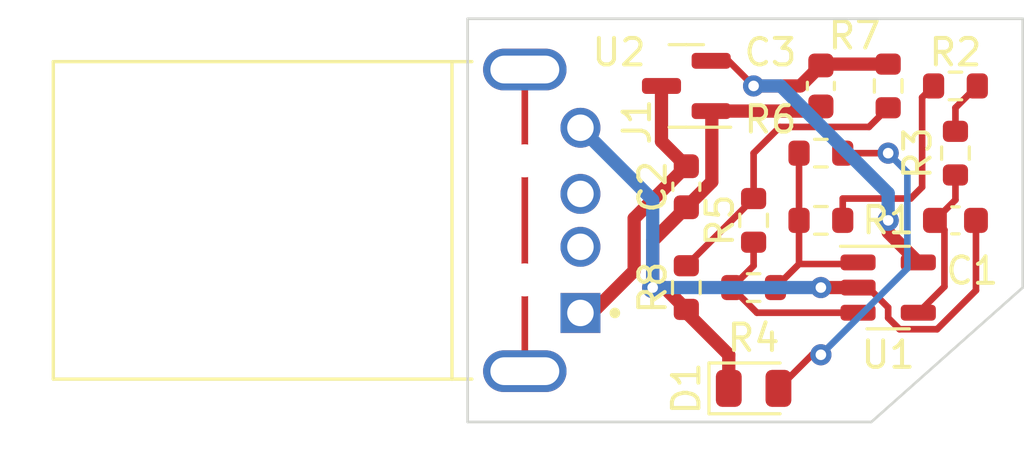
<source format=kicad_pcb>
(kicad_pcb (version 20211014) (generator pcbnew)
  (layers (0 "F.Cu" signal) (31 "B.Cu" signal) (34 "B.Paste" user) (35 "F.Paste" user) (36 "B.SilkS" user "B.Silkscreen") (37 "F.SilkS" user "F.Silkscreen") (38 "B.Mask" user) (39 "F.Mask" user) (44 "Edge.Cuts" user))
  (net 0 "")
  (net 1 "Net-(C2-Pad1)")
  (net 2 "Net-(C3-Pad1)")
  (net 3 "Net-(R2-Pad1)")
  (net 4 "Net-(D1-Pad2)")
  (net 5 "Net-(R1-Pad1)")
  (net 8 "Net-(C1-Pad1)")
  (net 9 "Net-(C1-Pad2)")
  (net 10 "Net-(R1-Pad2)")
  (net 11 "Net-(R4-Pad1)")
  (net 12 "Net-(R5-Pad1)")
  (footprint "Capacitor_SMD:C_0603_1608Metric" (layer "F.Cu") (at 172.72 83.82 -90)
    (fp_text reference "C3" (at -1.27 1.905 180) (layer "F.SilkS"))
    (fp_text value "0.1u")
    (fp_line (start -0.14058 -0.51) (end 0.14058 -0.51) (layer "F.SilkS") (width 0.12))
    (fp_line (start -0.14058 0.51) (end 0.14058 0.51) (layer "F.SilkS") (width 0.12))
    (pad "1" smd roundrect (at -0.775 0 270) (size 0.9 0.95) (layers "F.Cu" "F.Paste" "F.Mask") (net 2 "Net-(C3-Pad1)"))
    (pad "2" smd roundrect (at 0.775 0 270) (size 0.9 0.95) (layers "F.Cu" "F.Paste" "F.Mask") (net 9 "Net-(C1-Pad2)"))
  )
  (footprint "Resistor_SMD:R_0603_1608Metric" (layer "F.Cu") (at 177.8 86.36 90)
    (fp_text reference "R3" (at 0 -1.43 90) (layer "F.SilkS"))
    (fp_text value "2M")
    (fp_line (start -0.237258 0.5225) (end 0.237258 0.5225) (layer "F.SilkS") (width 0.12))
    (fp_line (start -0.237258 -0.5225) (end 0.237258 -0.5225) (layer "F.SilkS") (width 0.12))
    (pad "1" smd roundrect (at -0.825 0 90) (size 0.8 0.95) (layers "F.Cu" "F.Paste" "F.Mask") (net 8 "Net-(C1-Pad1)"))
    (pad "2" smd roundrect (at 0.825 0 90) (size 0.8 0.95) (layers "F.Cu" "F.Paste" "F.Mask") (net 3 "Net-(R2-Pad1)"))
  )
  (footprint "Capacitor_SMD:C_0603_1608Metric" (layer "F.Cu") (at 177.8 88.9)
    (fp_text reference "C1" (at 0.635 1.905) (layer "F.SilkS"))
    (fp_text value "0.1uF")
    (fp_line (start -0.14058 -0.51) (end 0.14058 -0.51) (layer "F.SilkS") (width 0.12))
    (fp_line (start -0.14058 0.51) (end 0.14058 0.51) (layer "F.SilkS") (width 0.12))
    (pad "1" smd roundrect (at -0.775 0) (size 0.9 0.95) (layers "F.Cu" "F.Paste" "F.Mask") (net 8 "Net-(C1-Pad1)"))
    (pad "2" smd roundrect (at 0.775 0) (size 0.9 0.95) (layers "F.Cu" "F.Paste" "F.Mask") (net 9 "Net-(C1-Pad2)"))
  )
  (footprint "Resistor_SMD:R_0603_1608Metric" (layer "F.Cu") (at 170.18 88.9 -90)
    (fp_text reference "R5" (at 0 1.27 90) (layer "F.SilkS"))
    (fp_text value "49.9")
    (fp_line (start -0.237258 0.5225) (end 0.237258 0.5225) (layer "F.SilkS") (width 0.12))
    (fp_line (start -0.237258 -0.5225) (end 0.237258 -0.5225) (layer "F.SilkS") (width 0.12))
    (pad "1" smd roundrect (at -0.825 0 270) (size 0.8 0.95) (layers "F.Cu" "F.Paste" "F.Mask") (net 12 "Net-(R5-Pad1)"))
    (pad "2" smd roundrect (at 0.825 0 270) (size 0.8 0.95) (layers "F.Cu" "F.Paste" "F.Mask") (net 11 "Net-(R4-Pad1)"))
  )
  (footprint "Package_TO_SOT_SMD:SOT-23" (layer "F.Cu") (at 167.64 83.82 180)
    (fp_text reference "U2" (at 2.54 1.27) (layer "F.SilkS"))
    (fp_text value "MCP1700-3302E_SOT23")
    (fp_line (start 0 1.56) (end -0.65 1.56) (layer "F.SilkS") (width 0.12))
    (fp_line (start 0 1.56) (end 0.65 1.56) (layer "F.SilkS") (width 0.12))
    (fp_line (start 0 -1.56) (end -1.675 -1.56) (layer "F.SilkS") (width 0.12))
    (fp_line (start 0 -1.56) (end 0.65 -1.56) (layer "F.SilkS") (width 0.12))
    (pad "1" smd roundrect (at -0.9375 -0.95 180) (size 1.475 0.6) (layers "F.Cu" "F.Paste" "F.Mask") (net 9 "Net-(C1-Pad2)"))
    (pad "2" smd roundrect (at -0.9375 0.95 180) (size 1.475 0.6) (layers "F.Cu" "F.Paste" "F.Mask") (net 2 "Net-(C3-Pad1)"))
    (pad "3" smd roundrect (at 0.9375 0 180) (size 1.475 0.6) (layers "F.Cu" "F.Paste" "F.Mask") (net 1 "Net-(C2-Pad1)"))
  )
  (footprint "Diode_SMD:D_0805_2012Metric" (layer "F.Cu") (at 170.18 95.25)
    (fp_text reference "D1" (at -2.54 0 90) (layer "F.SilkS"))
    (fp_text value "LED")
    (fp_line (start 1 -0.96) (end -1.685 -0.96) (layer "F.SilkS") (width 0.12))
    (fp_line (start -1.685 0.96) (end 1 0.96) (layer "F.SilkS") (width 0.12))
    (fp_line (start -1.685 -0.96) (end -1.685 0.96) (layer "F.SilkS") (width 0.12))
    (pad "1" smd roundrect (at -0.9375 0) (size 0.975 1.4) (layers "F.Cu" "F.Paste" "F.Mask") (net 9 "Net-(C1-Pad2)"))
    (pad "2" smd roundrect (at 0.9375 0) (size 0.975 1.4) (layers "F.Cu" "F.Paste" "F.Mask") (net 4 "Net-(D1-Pad2)"))
  )
  (footprint "Resistor_SMD:R_0603_1608Metric" (layer "F.Cu") (at 177.8 83.82 180)
    (fp_text reference "R2" (at 0 1.27) (layer "F.SilkS"))
    (fp_text value "2M")
    (fp_line (start -0.237258 -0.5225) (end 0.237258 -0.5225) (layer "F.SilkS") (width 0.12))
    (fp_line (start -0.237258 0.5225) (end 0.237258 0.5225) (layer "F.SilkS") (width 0.12))
    (pad "1" smd roundrect (at -0.825 0 180) (size 0.8 0.95) (layers "F.Cu" "F.Paste" "F.Mask") (net 3 "Net-(R2-Pad1)"))
    (pad "2" smd roundrect (at 0.825 0 180) (size 0.8 0.95) (layers "F.Cu" "F.Paste" "F.Mask") (net 5 "Net-(R1-Pad1)"))
  )
  (footprint "48037-0001:MOLEX_48037-0001" (layer "F.Cu") (at 161.5425 88.9 -90)
    (fp_text reference "J1" (at -3.725 -4.235 90) (layer "F.SilkS"))
    (fp_text value "USB_A")
    (fp_line (start -6 2) (end -6 2.75) (layer "F.SilkS") (width 0.127))
    (fp_line (start -6 17.8) (end 6 17.8) (layer "F.SilkS") (width 0.127))
    (fp_line (start -6 2.75) (end -6 17.8) (layer "F.SilkS") (width 0.127))
    (fp_line (start -6 2.75) (end 6 2.75) (layer "F.SilkS") (width 0.127))
    (fp_line (start 6 2.75) (end 6 2) (layer "F.SilkS") (width 0.127))
    (fp_line (start 6 17.8) (end 6 2.75) (layer "F.SilkS") (width 0.127))
    (fp_circle (center 3.5 -3.4) (end 3.6 -3.4) (layer "F.SilkS") (width 0.2) (fill none))
    (pad "" np_thru_hole circle (at -2.25 0 270) (size 1.25 1.25) (drill 1.25) (layers *.Cu *.Mask))
    (pad "" np_thru_hole circle (at 2.25 0 270) (size 1.25 1.25) (drill 1.25) (layers *.Cu *.Mask))
    (pad "1" thru_hole rect (at 3.5 -2.1 270) (size 1.508 1.508) (drill 1) (layers *.Cu *.Mask) (net 1 "Net-(C2-Pad1)"))
    (pad "2" thru_hole circle (at 1 -2.1 270) (size 1.508 1.508) (drill 1) (layers *.Cu *.Mask))
    (pad "3" thru_hole circle (at -1 -2.1 270) (size 1.508 1.508) (drill 1) (layers *.Cu *.Mask))
    (pad "4" thru_hole circle (at -3.5 -2.1 270) (size 1.508 1.508) (drill 1) (layers *.Cu *.Mask) (net 9 "Net-(C1-Pad2)"))
    (pad "S1" thru_hole oval (at 5.7 0 270) (size 1.575 3.15) (drill oval 1.05 2.6) (layers *.Cu *.Mask))
    (pad "S2" thru_hole oval (at -5.7 0 270) (size 1.575 3.15) (drill oval 1.05 2.6) (layers *.Cu *.Mask))
  )
  (footprint "Resistor_SMD:R_0603_1608Metric" (layer "F.Cu") (at 175.26 83.82 -90)
    (fp_text reference "R7" (at -1.905 1.27 180) (layer "F.SilkS"))
    (fp_text value "100")
    (fp_line (start -0.237258 -0.5225) (end 0.237258 -0.5225) (layer "F.SilkS") (width 0.12))
    (fp_line (start -0.237258 0.5225) (end 0.237258 0.5225) (layer "F.SilkS") (width 0.12))
    (pad "1" smd roundrect (at -0.825 0 270) (size 0.8 0.95) (layers "F.Cu" "F.Paste" "F.Mask") (net 2 "Net-(C3-Pad1)"))
    (pad "2" smd roundrect (at 0.825 0 270) (size 0.8 0.95) (layers "F.Cu" "F.Paste" "F.Mask") (net 12 "Net-(R5-Pad1)"))
  )
  (footprint "Resistor_SMD:R_0603_1608Metric" (layer "F.Cu") (at 172.72 88.9 180)
    (fp_text reference "R1" (at -2.54 0) (layer "F.SilkS"))
    (fp_text value "499K")
    (fp_line (start -0.237258 0.5225) (end 0.237258 0.5225) (layer "F.SilkS") (width 0.12))
    (fp_line (start -0.237258 -0.5225) (end 0.237258 -0.5225) (layer "F.SilkS") (width 0.12))
    (pad "1" smd roundrect (at -0.825 0 180) (size 0.8 0.95) (layers "F.Cu" "F.Paste" "F.Mask") (net 5 "Net-(R1-Pad1)"))
    (pad "2" smd roundrect (at 0.825 0 180) (size 0.8 0.95) (layers "F.Cu" "F.Paste" "F.Mask") (net 10 "Net-(R1-Pad2)"))
  )
  (footprint "Resistor_SMD:R_0603_1608Metric" (layer "F.Cu") (at 170.18 91.44)
    (fp_text reference "R4" (at 0 1.905) (layer "F.SilkS"))
    (fp_text value "95.3")
    (fp_line (start -0.237258 0.5225) (end 0.237258 0.5225) (layer "F.SilkS") (width 0.12))
    (fp_line (start -0.237258 -0.5225) (end 0.237258 -0.5225) (layer "F.SilkS") (width 0.12))
    (pad "1" smd roundrect (at -0.825 0) (size 0.8 0.95) (layers "F.Cu" "F.Paste" "F.Mask") (net 11 "Net-(R4-Pad1)"))
    (pad "2" smd roundrect (at 0.825 0) (size 0.8 0.95) (layers "F.Cu" "F.Paste" "F.Mask") (net 10 "Net-(R1-Pad2)"))
  )
  (footprint "Resistor_SMD:R_0603_1608Metric" (layer "F.Cu") (at 167.64 91.44 -90)
    (fp_text reference "R8" (at 0 1.27 -90) (layer "F.SilkS"))
    (fp_text value "100")
    (fp_line (start -0.237258 -0.5225) (end 0.237258 -0.5225) (layer "F.SilkS") (width 0.12))
    (fp_line (start -0.237258 0.5225) (end 0.237258 0.5225) (layer "F.SilkS") (width 0.12))
    (pad "1" smd roundrect (at -0.825 0 270) (size 0.8 0.95) (layers "F.Cu" "F.Paste" "F.Mask") (net 12 "Net-(R5-Pad1)"))
    (pad "2" smd roundrect (at 0.825 0 270) (size 0.8 0.95) (layers "F.Cu" "F.Paste" "F.Mask") (net 9 "Net-(C1-Pad2)"))
  )
  (footprint "Capacitor_SMD:C_0603_1608Metric" (layer "F.Cu") (at 167.64 87.63 -90)
    (fp_text reference "C2" (at 0 1.27 90) (layer "F.SilkS"))
    (fp_text value "0.1u")
    (fp_line (start -0.14058 -0.51) (end 0.14058 -0.51) (layer "F.SilkS") (width 0.12))
    (fp_line (start -0.14058 0.51) (end 0.14058 0.51) (layer "F.SilkS") (width 0.12))
    (pad "1" smd roundrect (at -0.775 0 270) (size 0.9 0.95) (layers "F.Cu" "F.Paste" "F.Mask") (net 1 "Net-(C2-Pad1)"))
    (pad "2" smd roundrect (at 0.775 0 270) (size 0.9 0.95) (layers "F.Cu" "F.Paste" "F.Mask") (net 9 "Net-(C1-Pad2)"))
  )
  (footprint "Resistor_SMD:R_0603_1608Metric" (layer "F.Cu") (at 172.72 86.36)
    (fp_text reference "R6" (at -1.905 -1.27) (layer "F.SilkS"))
    (fp_text value "1.43k")
    (fp_line (start -0.237258 -0.5225) (end 0.237258 -0.5225) (layer "F.SilkS") (width 0.12))
    (fp_line (start -0.237258 0.5225) (end 0.237258 0.5225) (layer "F.SilkS") (width 0.12))
    (pad "1" smd roundrect (at -0.825 0) (size 0.8 0.95) (layers "F.Cu" "F.Paste" "F.Mask") (net 10 "Net-(R1-Pad2)"))
    (pad "2" smd roundrect (at 0.825 0) (size 0.8 0.95) (layers "F.Cu" "F.Paste" "F.Mask") (net 4 "Net-(D1-Pad2)"))
  )
  (footprint "Package_TO_SOT_SMD:SOT-23-5" (layer "F.Cu") (at 175.26 91.44)
    (fp_text reference "U1" (at 0 2.54) (layer "F.SilkS"))
    (fp_text value "MCP6021")
    (fp_line (start 0 1.56) (end 0.8 1.56) (layer "F.SilkS") (width 0.12))
    (fp_line (start 0 -1.56) (end -1.8 -1.56) (layer "F.SilkS") (width 0.12))
    (fp_line (start 0 1.56) (end -0.8 1.56) (layer "F.SilkS") (width 0.12))
    (fp_line (start 0 -1.56) (end 0.8 -1.56) (layer "F.SilkS") (width 0.12))
    (pad "1" smd roundrect (at -1.1375 -0.95) (size 1.325 0.6) (layers "F.Cu" "F.Paste" "F.Mask") (net 10 "Net-(R1-Pad2)"))
    (pad "2" smd roundrect (at -1.1375 0) (size 1.325 0.6) (layers "F.Cu" "F.Paste" "F.Mask") (net 9 "Net-(C1-Pad2)"))
    (pad "3" smd roundrect (at -1.1375 0.95) (size 1.325 0.6) (layers "F.Cu" "F.Paste" "F.Mask") (net 11 "Net-(R4-Pad1)"))
    (pad "4" smd roundrect (at 1.1375 0.95) (size 1.325 0.6) (layers "F.Cu" "F.Paste" "F.Mask") (net 8 "Net-(C1-Pad1)"))
    (pad "5" smd roundrect (at 1.1375 -0.95) (size 1.325 0.6) (layers "F.Cu" "F.Paste" "F.Mask") (net 2 "Net-(C3-Pad1)"))
  )
  (gr_line (start 159.385 96.52) (end 159.385 81.28) (layer "Edge.Cuts") (width 0.1))
  (gr_line (start 180.34 81.28) (end 180.34 91.44) (layer "Edge.Cuts") (width 0.1))
  (gr_line (start 159.385 81.28) (end 180.34 81.28) (layer "Edge.Cuts") (width 0.1))
  (gr_line (start 180.34 91.44) (end 174.625 96.52) (layer "Edge.Cuts") (width 0.1))
  (gr_line (start 174.625 96.52) (end 159.385 96.52) (layer "Edge.Cuts") (width 0.1))
  (segment (start 161.5425 83.2) (end 161.5425 94.6) (width 0.25) (layer "F.Cu") (net 0))
  (segment (start 164.07548 92.4) (end 163.6425 92.4) (width 0.5) (layer "F.Cu") (net 1))
  (segment (start 166.7025 83.82) (end 166.7025 85.9175) (width 0.5) (layer "F.Cu") (net 1))
  (segment (start 165.67048 90.805) (end 164.07548 92.4) (width 0.5) (layer "F.Cu") (net 1))
  (segment (start 167.64 86.855) (end 165.67048 88.82452) (width 0.5) (layer "F.Cu") (net 1))
  (segment (start 166.7025 85.9175) (end 167.64 86.855) (width 0.5) (layer "F.Cu") (net 1))
  (segment (start 165.67048 88.82452) (end 165.67048 90.805) (width 0.5) (layer "F.Cu") (net 1))
  (segment (start 172.72 83.045) (end 171.945 83.82) (width 0.5) (layer "F.Cu") (net 2))
  (segment (start 172.77 82.995) (end 175.26 82.995) (width 0.5) (layer "F.Cu") (net 2))
  (segment (start 172.72 83.045) (end 172.77 82.995) (width 0.25) (layer "F.Cu") (net 2))
  (segment (start 169.23 82.87) (end 170.18 83.82) (width 0.25) (layer "F.Cu") (net 2))
  (segment (start 175.26 88.9) (end 175.26 89.3525) (width 0.25) (layer "F.Cu") (net 2))
  (segment (start 175.26 89.3525) (end 176.3975 90.49) (width 0.5) (layer "F.Cu") (net 2))
  (segment (start 171.945 83.82) (end 170.18 83.82) (width 0.5) (layer "F.Cu") (net 2))
  (segment (start 168.5775 82.87) (end 169.23 82.87) (width 0.25) (layer "F.Cu") (net 2))
  (via (at 170.18 83.82) (size 0.8) (drill 0.4) (layers "F.Cu" "B.Cu") (net 2))
  (via (at 175.26 88.9) (size 0.8) (drill 0.4) (layers "F.Cu" "B.Cu") (net 2))
  (segment (start 175.26 87.875386) (end 175.26 88.9) (width 0.5) (layer "B.Cu") (net 2))
  (segment (start 171.204614 83.82) (end 175.26 87.875386) (width 0.5) (layer "B.Cu") (net 2))
  (segment (start 170.18 83.82) (end 171.204614 83.82) (width 0.5) (layer "B.Cu") (net 2))
  (segment (start 177.8 85.535) (end 177.8 84.645) (width 0.25) (layer "F.Cu") (net 3))
  (segment (start 177.8 84.645) (end 178.625 83.82) (width 0.25) (layer "F.Cu") (net 3))
  (segment (start 172.72 93.98) (end 172.3875 93.98) (width 0.25) (layer "F.Cu") (net 4))
  (segment (start 172.3875 93.98) (end 171.1175 95.25) (width 0.25) (layer "F.Cu") (net 4))
  (segment (start 173.545 86.36) (end 175.26 86.36) (width 0.25) (layer "F.Cu") (net 4))
  (via (at 172.72 93.98) (size 0.8) (drill 0.4) (layers "F.Cu" "B.Cu") (net 4))
  (via (at 175.26 86.36) (size 0.8) (drill 0.4) (layers "F.Cu" "B.Cu") (net 4))
  (segment (start 175.26 86.36) (end 175.984511 87.084511) (width 0.25) (layer "B.Cu") (net 4))
  (segment (start 175.984511 90.715489) (end 172.72 93.98) (width 0.25) (layer "B.Cu") (net 4))
  (segment (start 175.984511 87.084511) (end 175.984511 90.715489) (width 0.25) (layer "B.Cu") (net 4))
  (segment (start 173.545 88.9) (end 173.545 88.075) (width 0.25) (layer "F.Cu") (net 5))
  (segment (start 176.975 83.82) (end 176.541783 84.253217) (width 0.25) (layer "F.Cu") (net 5))
  (segment (start 173.545 88.075) (end 176.108566 88.075) (width 0.25) (layer "F.Cu") (net 5))
  (segment (start 176.541783 87.641783) (end 176.541783 84.253217) (width 0.25) (layer "F.Cu") (net 5))
  (segment (start 176.108566 88.075) (end 176.541783 87.641783) (width 0.25) (layer "F.Cu") (net 5))
  (segment (start 176.3975 92.39) (end 177.38452 91.40298) (width 0.25) (layer "F.Cu") (net 8))
  (segment (start 177.38452 89.25952) (end 177.025 88.9) (width 0.25) (layer "F.Cu") (net 8))
  (segment (start 177.38452 91.40298) (end 177.38452 89.25952) (width 0.25) (layer "F.Cu") (net 8))
  (segment (start 177.8 87.185) (end 177.8 88.125) (width 0.25) (layer "F.Cu") (net 8))
  (segment (start 177.8 88.125) (end 177.025 88.9) (width 0.25) (layer "F.Cu") (net 8))
  (segment (start 167.64 92.265) (end 167.73952 92.36452) (width 0.5) (layer "F.Cu") (net 9))
  (segment (start 175.26 92.193928) (end 174.506072 91.44) (width 0.25) (layer "F.Cu") (net 9))
  (segment (start 177.106552 93.01452) (end 175.688448 93.01452) (width 0.25) (layer "F.Cu") (net 9))
  (segment (start 166.37 91.44) (end 166.815 91.44) (width 0.5) (layer "F.Cu") (net 9))
  (segment (start 172.545 84.77) (end 172.72 84.595) (width 0.5) (layer "F.Cu") (net 9))
  (segment (start 167.64 92.3775) (end 169.2425 93.98) (width 0.5) (layer "F.Cu") (net 9))
  (segment (start 174.1225 91.44) (end 172.72 91.44) (width 0.5) (layer "F.Cu") (net 9))
  (segment (start 166.815 91.44) (end 167.64 92.265) (width 0.5) (layer "F.Cu") (net 9))
  (segment (start 167.64 88.405) (end 166.37 89.675) (width 0.5) (layer "F.Cu") (net 9))
  (segment (start 174.1225 91.44) (end 174.506072 91.44) (width 0.25) (layer "F.Cu") (net 9))
  (segment (start 175.26 92.586072) (end 175.26 92.193928) (width 0.25) (layer "F.Cu") (net 9))
  (segment (start 167.64 92.265) (end 167.64 92.3775) (width 0.5) (layer "F.Cu") (net 9))
  (segment (start 178.575 91.546072) (end 177.106552 93.01452) (width 0.25) (layer "F.Cu") (net 9))
  (segment (start 168.6025 87.4425) (end 167.64 88.405) (width 0.5) (layer "F.Cu") (net 9))
  (segment (start 169.2425 93.98) (end 169.2425 95.25) (width 0.5) (layer "F.Cu") (net 9))
  (segment (start 175.688448 93.01452) (end 175.26 92.586072) (width 0.25) (layer "F.Cu") (net 9))
  (segment (start 166.37 89.675) (end 166.37 91.44) (width 0.5) (layer "F.Cu") (net 9))
  (segment (start 178.575 88.9) (end 178.575 91.546072) (width 0.25) (layer "F.Cu") (net 9))
  (segment (start 168.6025 84.795) (end 168.6025 87.4425) (width 0.5) (layer "F.Cu") (net 9))
  (segment (start 168.5775 84.77) (end 172.545 84.77) (width 0.5) (layer "F.Cu") (net 9))
  (via (at 172.72 91.44) (size 0.8) (drill 0.4) (layers "F.Cu" "B.Cu") (net 9))
  (via (at 166.37 91.44) (size 0.8) (drill 0.4) (layers "F.Cu" "B.Cu") (net 9))
  (segment (start 166.37 88.1275) (end 163.6425 85.4) (width 0.5) (layer "B.Cu") (net 9))
  (segment (start 166.37 91.44) (end 166.37 88.1275) (width 0.5) (layer "B.Cu") (net 9))
  (segment (start 172.72 91.44) (end 166.37 91.44) (width 0.5) (layer "B.Cu") (net 9))
  (segment (start 174.0625 90.55) (end 174.1225 90.49) (width 0.25) (layer "F.Cu") (net 10))
  (segment (start 171.895 90.55) (end 171.895 88.9) (width 0.25) (layer "F.Cu") (net 10))
  (segment (start 171.005 91.44) (end 171.895 90.55) (width 0.25) (layer "F.Cu") (net 10))
  (segment (start 171.895 90.55) (end 174.0625 90.55) (width 0.25) (layer "F.Cu") (net 10))
  (segment (start 171.895 88.9) (end 171.895 86.36) (width 0.25) (layer "F.Cu") (net 10))
  (segment (start 170.18 89.725) (end 170.18 90.615) (width 0.25) (layer "F.Cu") (net 11))
  (segment (start 169.355 91.44) (end 170.305 92.39) (width 0.25) (layer "F.Cu") (net 11))
  (segment (start 170.18 90.615) (end 169.355 91.44) (width 0.25) (layer "F.Cu") (net 11))
  (segment (start 170.305 92.39) (end 174.1225 92.39) (width 0.25) (layer "F.Cu") (net 11))
  (segment (start 171.17048 85.36952) (end 174.53548 85.36952) (width 0.25) (layer "F.Cu") (net 12))
  (segment (start 174.53548 85.36952) (end 175.26 84.645) (width 0.25) (layer "F.Cu") (net 12))
  (segment (start 170.18 88.075) (end 170.18 86.36) (width 0.25) (layer "F.Cu") (net 12))
  (segment (start 167.64 90.615) (end 170.18 88.075) (width 0.25) (layer "F.Cu") (net 12))
  (segment (start 170.18 86.36) (end 171.17048 85.36952) (width 0.25) (layer "F.Cu") (net 12))
)
</source>
